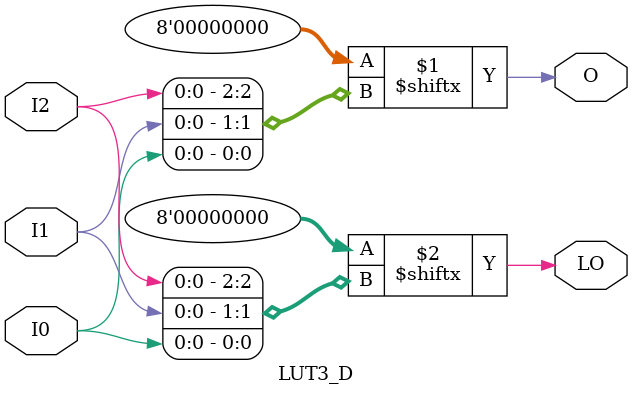
<source format=v>
/*

FUNCTION    : 3-inputs LUT

*/

`celldefine
`timescale  100 ps / 10 ps

module LUT3_D (LO, O, I0, I1, I2);

    parameter INIT = 8'h00;

    input I0, I1, I2;

    output LO, O;

    wire out0, out1, out;

        assign O = INIT[{I2,I1,I0}];
        assign LO = INIT[{I2,I1,I0}];

endmodule

</source>
